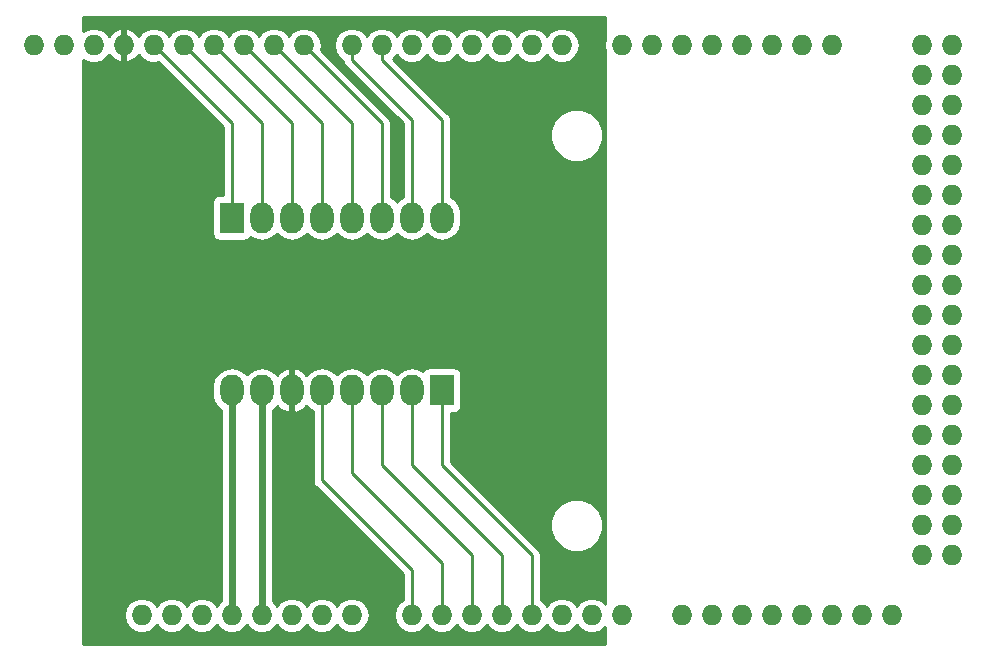
<source format=gbl>
G04 #@! TF.GenerationSoftware,KiCad,Pcbnew,(5.0.1)-3*
G04 #@! TF.CreationDate,2019-01-09T08:59:11+01:00*
G04 #@! TF.ProjectId,P300_Display_IF,503330305F446973706C61795F49462E,rev?*
G04 #@! TF.SameCoordinates,Original*
G04 #@! TF.FileFunction,Copper,L2,Bot,Signal*
G04 #@! TF.FilePolarity,Positive*
%FSLAX46Y46*%
G04 Gerber Fmt 4.6, Leading zero omitted, Abs format (unit mm)*
G04 Created by KiCad (PCBNEW (5.0.1)-3) date 09.01.2019 08:59:11*
%MOMM*%
%LPD*%
G01*
G04 APERTURE LIST*
G04 #@! TA.AperFunction,ComponentPad*
%ADD10O,1.727200X1.727200*%
G04 #@! TD*
G04 #@! TA.AperFunction,ComponentPad*
%ADD11R,2.000000X2.600000*%
G04 #@! TD*
G04 #@! TA.AperFunction,ComponentPad*
%ADD12O,2.000000X2.600000*%
G04 #@! TD*
G04 #@! TA.AperFunction,Conductor*
%ADD13C,0.600000*%
G04 #@! TD*
G04 #@! TA.AperFunction,Conductor*
%ADD14C,0.250000*%
G04 #@! TD*
G04 #@! TA.AperFunction,Conductor*
%ADD15C,0.254000*%
G04 #@! TD*
G04 APERTURE END LIST*
D10*
G04 #@! TO.P,XA1,A0*
G04 #@! TO.N,LCD_RD*
X127000000Y-119380000D03*
G04 #@! TO.P,XA1,VIN*
G04 #@! TO.N,Net-(XA1-PadVIN)*
X121920000Y-119380000D03*
G04 #@! TO.P,XA1,GND3*
G04 #@! TO.N,Net-(XA1-PadGND3)*
X119380000Y-119380000D03*
G04 #@! TO.P,XA1,GND2*
G04 #@! TO.N,Net-(XA1-PadGND2)*
X116840000Y-119380000D03*
G04 #@! TO.P,XA1,5V1*
G04 #@! TO.N,+5V*
X114300000Y-119380000D03*
G04 #@! TO.P,XA1,3V3*
G04 #@! TO.N,+3V3*
X111760000Y-119380000D03*
G04 #@! TO.P,XA1,RST1*
G04 #@! TO.N,Net-(XA1-PadRST1)*
X109220000Y-119380000D03*
G04 #@! TO.P,XA1,IORF*
G04 #@! TO.N,Net-(XA1-PadIORF)*
X106680000Y-119380000D03*
G04 #@! TO.P,XA1,D21*
G04 #@! TO.N,SCL*
X162560000Y-71120000D03*
G04 #@! TO.P,XA1,D20*
G04 #@! TO.N,SDA*
X160020000Y-71120000D03*
G04 #@! TO.P,XA1,D19*
G04 #@! TO.N,Tacho_L2*
X157480000Y-71120000D03*
G04 #@! TO.P,XA1,D18*
G04 #@! TO.N,Tacho_L1*
X154940000Y-71120000D03*
G04 #@! TO.P,XA1,D17*
G04 #@! TO.N,CO2_TX*
X152400000Y-71120000D03*
G04 #@! TO.P,XA1,D16*
G04 #@! TO.N,CO2_RX*
X149860000Y-71120000D03*
G04 #@! TO.P,XA1,D15*
G04 #@! TO.N,Net-(XA1-PadD15)*
X147320000Y-71120000D03*
G04 #@! TO.P,XA1,D14*
G04 #@! TO.N,Net-(XA1-PadD14)*
X144780000Y-71120000D03*
G04 #@! TO.P,XA1,D0*
G04 #@! TO.N,Net-(XA1-PadD0)*
X139700000Y-71120000D03*
G04 #@! TO.P,XA1,D1*
G04 #@! TO.N,Net-(XA1-PadD1)*
X137160000Y-71120000D03*
G04 #@! TO.P,XA1,D2*
G04 #@! TO.N,Net-(XA1-PadD2)*
X134620000Y-71120000D03*
G04 #@! TO.P,XA1,D3*
G04 #@! TO.N,Net-(XA1-PadD3)*
X132080000Y-71120000D03*
G04 #@! TO.P,XA1,D4*
G04 #@! TO.N,Net-(XA1-PadD4)*
X129540000Y-71120000D03*
G04 #@! TO.P,XA1,D5*
G04 #@! TO.N,Net-(XA1-PadD5)*
X127000000Y-71120000D03*
G04 #@! TO.P,XA1,D6*
G04 #@! TO.N,LCD_D1*
X124460000Y-71120000D03*
G04 #@! TO.P,XA1,D7*
G04 #@! TO.N,LCD_D0*
X121920000Y-71120000D03*
G04 #@! TO.P,XA1,GND1*
G04 #@! TO.N,GND*
X102616000Y-71120000D03*
G04 #@! TO.P,XA1,D8*
G04 #@! TO.N,LCD_D7*
X117856000Y-71120000D03*
G04 #@! TO.P,XA1,D9*
G04 #@! TO.N,LCD_D6*
X115316000Y-71120000D03*
G04 #@! TO.P,XA1,D10*
G04 #@! TO.N,LCD_D5*
X112776000Y-71120000D03*
G04 #@! TO.P,XA1,SCL*
G04 #@! TO.N,Net-(XA1-PadSCL)*
X94996000Y-71120000D03*
G04 #@! TO.P,XA1,SDA*
G04 #@! TO.N,Net-(XA1-PadSDA)*
X97536000Y-71120000D03*
G04 #@! TO.P,XA1,AREF*
G04 #@! TO.N,Net-(XA1-PadAREF)*
X100076000Y-71120000D03*
G04 #@! TO.P,XA1,D13*
G04 #@! TO.N,LCD_D2*
X105156000Y-71120000D03*
G04 #@! TO.P,XA1,D12*
G04 #@! TO.N,LCD_D3*
X107696000Y-71120000D03*
G04 #@! TO.P,XA1,D11*
G04 #@! TO.N,LCD_D4*
X110236000Y-71120000D03*
G04 #@! TO.P,XA1,*
G04 #@! TO.N,*
X104140000Y-119380000D03*
G04 #@! TO.P,XA1,A1*
G04 #@! TO.N,LCD_WR*
X129540000Y-119380000D03*
G04 #@! TO.P,XA1,A2*
G04 #@! TO.N,LCD_RS*
X132080000Y-119380000D03*
G04 #@! TO.P,XA1,A3*
G04 #@! TO.N,LCD_CS*
X134620000Y-119380000D03*
G04 #@! TO.P,XA1,A4*
G04 #@! TO.N,LCD_RST*
X137160000Y-119380000D03*
G04 #@! TO.P,XA1,A5*
G04 #@! TO.N,Net-(XA1-PadA5)*
X139700000Y-119380000D03*
G04 #@! TO.P,XA1,A6*
G04 #@! TO.N,Net-(XA1-PadA6)*
X142240000Y-119380000D03*
G04 #@! TO.P,XA1,A7*
G04 #@! TO.N,Net-(XA1-PadA7)*
X144780000Y-119380000D03*
G04 #@! TO.P,XA1,A8*
G04 #@! TO.N,Net-(XA1-PadA8)*
X149860000Y-119380000D03*
G04 #@! TO.P,XA1,A9*
G04 #@! TO.N,DRUCK1*
X152400000Y-119380000D03*
G04 #@! TO.P,XA1,A10*
G04 #@! TO.N,DRUCK2*
X154940000Y-119380000D03*
G04 #@! TO.P,XA1,A11*
G04 #@! TO.N,Net-(XA1-PadA11)*
X157480000Y-119380000D03*
G04 #@! TO.P,XA1,A12*
G04 #@! TO.N,Net-(XA1-PadA12)*
X160020000Y-119380000D03*
G04 #@! TO.P,XA1,A13*
G04 #@! TO.N,Net-(XA1-PadA13)*
X162560000Y-119380000D03*
G04 #@! TO.P,XA1,A14*
G04 #@! TO.N,Net-(XA1-PadA14)*
X165100000Y-119380000D03*
G04 #@! TO.P,XA1,A15*
G04 #@! TO.N,TGS2600*
X167640000Y-119380000D03*
G04 #@! TO.P,XA1,5V3*
G04 #@! TO.N,Net-(XA1-Pad5V3)*
X170180000Y-71120000D03*
G04 #@! TO.P,XA1,5V4*
G04 #@! TO.N,Net-(XA1-Pad5V4)*
X172720000Y-71120000D03*
G04 #@! TO.P,XA1,D22*
G04 #@! TO.N,Net-(XA1-PadD22)*
X170180000Y-73660000D03*
G04 #@! TO.P,XA1,D23*
G04 #@! TO.N,Net-(XA1-PadD23)*
X172720000Y-73660000D03*
G04 #@! TO.P,XA1,D24*
G04 #@! TO.N,Net-(XA1-PadD24)*
X170180000Y-76200000D03*
G04 #@! TO.P,XA1,D25*
G04 #@! TO.N,Net-(XA1-PadD25)*
X172720000Y-76200000D03*
G04 #@! TO.P,XA1,D26*
G04 #@! TO.N,Net-(XA1-PadD26)*
X170180000Y-78740000D03*
G04 #@! TO.P,XA1,D27*
G04 #@! TO.N,Net-(XA1-PadD27)*
X172720000Y-78740000D03*
G04 #@! TO.P,XA1,D28*
G04 #@! TO.N,DHT1*
X170180000Y-81280000D03*
G04 #@! TO.P,XA1,D29*
G04 #@! TO.N,DHT2*
X172720000Y-81280000D03*
G04 #@! TO.P,XA1,D30*
G04 #@! TO.N,TEMP1*
X170180000Y-83820000D03*
G04 #@! TO.P,XA1,D31*
G04 #@! TO.N,TEMP2*
X172720000Y-83820000D03*
G04 #@! TO.P,XA1,D32*
G04 #@! TO.N,TEMP3*
X170180000Y-86360000D03*
G04 #@! TO.P,XA1,D33*
G04 #@! TO.N,TEMP4*
X172720000Y-86360000D03*
G04 #@! TO.P,XA1,D34*
G04 #@! TO.N,Net-(XA1-PadD34)*
X170180000Y-88900000D03*
G04 #@! TO.P,XA1,D35*
G04 #@! TO.N,Net-(XA1-PadD35)*
X172720000Y-88900000D03*
G04 #@! TO.P,XA1,D36*
G04 #@! TO.N,Net-(XA1-PadD36)*
X170180000Y-91440000D03*
G04 #@! TO.P,XA1,D37*
G04 #@! TO.N,Net-(XA1-PadD37)*
X172720000Y-91440000D03*
G04 #@! TO.P,XA1,D38*
G04 #@! TO.N,Net-(XA1-PadD38)*
X170180000Y-93980000D03*
G04 #@! TO.P,XA1,D39*
G04 #@! TO.N,Net-(XA1-PadD39)*
X172720000Y-93980000D03*
G04 #@! TO.P,XA1,D40*
G04 #@! TO.N,BP_POW*
X170180000Y-96520000D03*
G04 #@! TO.P,XA1,D41*
G04 #@! TO.N,BP_DIR*
X172720000Y-96520000D03*
G04 #@! TO.P,XA1,D42*
G04 #@! TO.N,L1*
X170180000Y-99060000D03*
G04 #@! TO.P,XA1,D43*
G04 #@! TO.N,L2*
X172720000Y-99060000D03*
G04 #@! TO.P,XA1,D44*
G04 #@! TO.N,PWM_L1*
X170180000Y-101600000D03*
G04 #@! TO.P,XA1,D45*
G04 #@! TO.N,Net-(XA1-PadD45)*
X172720000Y-101600000D03*
G04 #@! TO.P,XA1,D46*
G04 #@! TO.N,PWM_L2*
X170180000Y-104140000D03*
G04 #@! TO.P,XA1,D47*
G04 #@! TO.N,Net-(XA1-PadD47)*
X172720000Y-104140000D03*
G04 #@! TO.P,XA1,D48*
G04 #@! TO.N,Net-(XA1-PadD48)*
X170180000Y-106680000D03*
G04 #@! TO.P,XA1,D49*
G04 #@! TO.N,Net-(XA1-PadD49)*
X172720000Y-106680000D03*
G04 #@! TO.P,XA1,D50*
G04 #@! TO.N,Net-(XA1-PadD50)*
X170180000Y-109220000D03*
G04 #@! TO.P,XA1,D51*
G04 #@! TO.N,Net-(XA1-PadD51)*
X172720000Y-109220000D03*
G04 #@! TO.P,XA1,D52*
G04 #@! TO.N,Net-(XA1-PadD52)*
X170180000Y-111760000D03*
G04 #@! TO.P,XA1,D53*
G04 #@! TO.N,Net-(XA1-PadD53)*
X172720000Y-111760000D03*
G04 #@! TO.P,XA1,GND5*
G04 #@! TO.N,Net-(XA1-PadGND5)*
X170180000Y-114300000D03*
G04 #@! TO.P,XA1,GND6*
G04 #@! TO.N,Net-(XA1-PadGND6)*
X172720000Y-114300000D03*
G04 #@! TD*
D11*
G04 #@! TO.P,J16,1*
G04 #@! TO.N,LCD_D2*
X111760000Y-85725000D03*
D12*
G04 #@! TO.P,J16,2*
G04 #@! TO.N,LCD_D3*
X114300000Y-85725000D03*
G04 #@! TO.P,J16,3*
G04 #@! TO.N,LCD_D4*
X116840000Y-85725000D03*
G04 #@! TO.P,J16,4*
G04 #@! TO.N,LCD_D5*
X119380000Y-85725000D03*
G04 #@! TO.P,J16,5*
G04 #@! TO.N,LCD_D6*
X121920000Y-85725000D03*
G04 #@! TO.P,J16,6*
G04 #@! TO.N,LCD_D7*
X124460000Y-85725000D03*
G04 #@! TO.P,J16,7*
G04 #@! TO.N,LCD_D0*
X127000000Y-85725000D03*
G04 #@! TO.P,J16,8*
G04 #@! TO.N,LCD_D1*
X129540000Y-85725000D03*
G04 #@! TD*
D11*
G04 #@! TO.P,J15,1*
G04 #@! TO.N,LCD_RST*
X129540000Y-100330000D03*
D12*
G04 #@! TO.P,J15,2*
G04 #@! TO.N,LCD_CS*
X127000000Y-100330000D03*
G04 #@! TO.P,J15,3*
G04 #@! TO.N,LCD_RS*
X124460000Y-100330000D03*
G04 #@! TO.P,J15,4*
G04 #@! TO.N,LCD_WR*
X121920000Y-100330000D03*
G04 #@! TO.P,J15,5*
G04 #@! TO.N,LCD_RD*
X119380000Y-100330000D03*
G04 #@! TO.P,J15,6*
G04 #@! TO.N,GND*
X116840000Y-100330000D03*
G04 #@! TO.P,J15,7*
G04 #@! TO.N,+5V*
X114300000Y-100330000D03*
G04 #@! TO.P,J15,8*
G04 #@! TO.N,+3V3*
X111760000Y-100330000D03*
G04 #@! TD*
D13*
G04 #@! TO.N,+5V*
X114300000Y-119380000D02*
X114300000Y-100330000D01*
G04 #@! TO.N,+3V3*
X111760000Y-118158686D02*
X111760000Y-100330000D01*
X111760000Y-119380000D02*
X111760000Y-118158686D01*
D14*
G04 #@! TO.N,LCD_RST*
X129540000Y-100330000D02*
X129540000Y-106680000D01*
X129540000Y-106680000D02*
X137160000Y-114300000D01*
X137160000Y-114300000D02*
X137160000Y-119380000D01*
G04 #@! TO.N,LCD_CS*
X134620000Y-114300000D02*
X134620000Y-119380000D01*
X127000000Y-100330000D02*
X127000000Y-106680000D01*
X127000000Y-106680000D02*
X134620000Y-114300000D01*
G04 #@! TO.N,LCD_RS*
X132080000Y-119380000D02*
X132080000Y-114300000D01*
X124460000Y-106680000D02*
X124460000Y-100330000D01*
X132080000Y-114300000D02*
X124460000Y-106680000D01*
G04 #@! TO.N,LCD_WR*
X129540000Y-119380000D02*
X129540000Y-114935000D01*
X121920000Y-107315000D02*
X121920000Y-100330000D01*
X129540000Y-114935000D02*
X121920000Y-107315000D01*
G04 #@! TO.N,LCD_RD*
X127000000Y-119380000D02*
X127000000Y-115570000D01*
X119380000Y-107950000D02*
X119380000Y-100330000D01*
X127000000Y-115570000D02*
X119380000Y-107950000D01*
G04 #@! TO.N,LCD_D1*
X129540000Y-84175000D02*
X129540000Y-85725000D01*
X129540000Y-77421314D02*
X129540000Y-84175000D01*
X124460000Y-72341314D02*
X129540000Y-77421314D01*
X124460000Y-71120000D02*
X124460000Y-72341314D01*
G04 #@! TO.N,LCD_D0*
X127000000Y-84175000D02*
X127000000Y-85725000D01*
X127000000Y-77421314D02*
X127000000Y-84175000D01*
X121920000Y-72341314D02*
X127000000Y-77421314D01*
X121920000Y-71120000D02*
X121920000Y-72341314D01*
G04 #@! TO.N,LCD_D7*
X124460000Y-77724000D02*
X124460000Y-85725000D01*
X117856000Y-71120000D02*
X124460000Y-77724000D01*
G04 #@! TO.N,LCD_D6*
X121920000Y-77724000D02*
X121920000Y-85725000D01*
X115316000Y-71120000D02*
X121920000Y-77724000D01*
G04 #@! TO.N,LCD_D5*
X119380000Y-77724000D02*
X119380000Y-85725000D01*
X112776000Y-71120000D02*
X119380000Y-77724000D01*
G04 #@! TO.N,LCD_D2*
X105156000Y-71120000D02*
X111760000Y-77724000D01*
X111760000Y-77724000D02*
X111760000Y-85725000D01*
G04 #@! TO.N,LCD_D3*
X114300000Y-77724000D02*
X114300000Y-85725000D01*
X107696000Y-71120000D02*
X114300000Y-77724000D01*
G04 #@! TO.N,LCD_D4*
X116840000Y-77724000D02*
X116840000Y-85725000D01*
X110236000Y-71120000D02*
X116840000Y-77724000D01*
G04 #@! TD*
D15*
G04 #@! TO.N,GND*
G36*
X143383000Y-70513350D02*
X143368350Y-70535275D01*
X143252041Y-71120000D01*
X143368350Y-71704725D01*
X143383000Y-71726650D01*
X143383000Y-118393212D01*
X143320430Y-118299570D01*
X142824725Y-117968350D01*
X142387598Y-117881400D01*
X142092402Y-117881400D01*
X141655275Y-117968350D01*
X141159570Y-118299570D01*
X140970000Y-118583281D01*
X140780430Y-118299570D01*
X140284725Y-117968350D01*
X139847598Y-117881400D01*
X139552402Y-117881400D01*
X139115275Y-117968350D01*
X138619570Y-118299570D01*
X138430000Y-118583281D01*
X138240430Y-118299570D01*
X137920000Y-118085465D01*
X137920000Y-114374846D01*
X137934888Y-114299999D01*
X137920000Y-114225152D01*
X137920000Y-114225148D01*
X137875904Y-114003463D01*
X137834102Y-113940902D01*
X137750329Y-113815526D01*
X137750327Y-113815524D01*
X137707929Y-113752071D01*
X137644476Y-113709673D01*
X135250234Y-111315431D01*
X138735000Y-111315431D01*
X138735000Y-112204569D01*
X139075259Y-113026026D01*
X139703974Y-113654741D01*
X140525431Y-113995000D01*
X141414569Y-113995000D01*
X142236026Y-113654741D01*
X142864741Y-113026026D01*
X143205000Y-112204569D01*
X143205000Y-111315431D01*
X142864741Y-110493974D01*
X142236026Y-109865259D01*
X141414569Y-109525000D01*
X140525431Y-109525000D01*
X139703974Y-109865259D01*
X139075259Y-110493974D01*
X138735000Y-111315431D01*
X135250234Y-111315431D01*
X130300000Y-106365199D01*
X130300000Y-102277440D01*
X130540000Y-102277440D01*
X130787765Y-102228157D01*
X130997809Y-102087809D01*
X131138157Y-101877765D01*
X131187440Y-101630000D01*
X131187440Y-99030000D01*
X131138157Y-98782235D01*
X130997809Y-98572191D01*
X130787765Y-98431843D01*
X130540000Y-98382560D01*
X128540000Y-98382560D01*
X128292235Y-98431843D01*
X128082191Y-98572191D01*
X127983100Y-98720489D01*
X127637945Y-98489864D01*
X127000000Y-98362969D01*
X126362056Y-98489864D01*
X125821231Y-98851231D01*
X125730000Y-98987768D01*
X125638769Y-98851231D01*
X125097945Y-98489864D01*
X124460000Y-98362969D01*
X123822056Y-98489864D01*
X123281231Y-98851231D01*
X123190000Y-98987768D01*
X123098769Y-98851231D01*
X122557945Y-98489864D01*
X121920000Y-98362969D01*
X121282056Y-98489864D01*
X120741231Y-98851231D01*
X120650000Y-98987768D01*
X120558769Y-98851231D01*
X120017945Y-98489864D01*
X119380000Y-98362969D01*
X118742056Y-98489864D01*
X118201231Y-98851231D01*
X118090048Y-99017629D01*
X117906317Y-98784078D01*
X117348355Y-98470856D01*
X117220434Y-98439876D01*
X116967000Y-98559223D01*
X116967000Y-100203000D01*
X116987000Y-100203000D01*
X116987000Y-100457000D01*
X116967000Y-100457000D01*
X116967000Y-102100777D01*
X117220434Y-102220124D01*
X117348355Y-102189144D01*
X117906317Y-101875922D01*
X118090048Y-101642371D01*
X118201231Y-101808769D01*
X118620001Y-102088582D01*
X118620000Y-107875153D01*
X118605112Y-107950000D01*
X118620000Y-108024847D01*
X118620000Y-108024851D01*
X118664096Y-108246536D01*
X118832071Y-108497929D01*
X118895530Y-108540331D01*
X126240001Y-115884804D01*
X126240000Y-118085465D01*
X125919570Y-118299570D01*
X125588350Y-118795275D01*
X125472041Y-119380000D01*
X125588350Y-119964725D01*
X125919570Y-120460430D01*
X126415275Y-120791650D01*
X126852402Y-120878600D01*
X127147598Y-120878600D01*
X127584725Y-120791650D01*
X128080430Y-120460430D01*
X128270000Y-120176719D01*
X128459570Y-120460430D01*
X128955275Y-120791650D01*
X129392402Y-120878600D01*
X129687598Y-120878600D01*
X130124725Y-120791650D01*
X130620430Y-120460430D01*
X130810000Y-120176719D01*
X130999570Y-120460430D01*
X131495275Y-120791650D01*
X131932402Y-120878600D01*
X132227598Y-120878600D01*
X132664725Y-120791650D01*
X133160430Y-120460430D01*
X133350000Y-120176719D01*
X133539570Y-120460430D01*
X134035275Y-120791650D01*
X134472402Y-120878600D01*
X134767598Y-120878600D01*
X135204725Y-120791650D01*
X135700430Y-120460430D01*
X135890000Y-120176719D01*
X136079570Y-120460430D01*
X136575275Y-120791650D01*
X137012402Y-120878600D01*
X137307598Y-120878600D01*
X137744725Y-120791650D01*
X138240430Y-120460430D01*
X138430000Y-120176719D01*
X138619570Y-120460430D01*
X139115275Y-120791650D01*
X139552402Y-120878600D01*
X139847598Y-120878600D01*
X140284725Y-120791650D01*
X140780430Y-120460430D01*
X140970000Y-120176719D01*
X141159570Y-120460430D01*
X141655275Y-120791650D01*
X142092402Y-120878600D01*
X142387598Y-120878600D01*
X142824725Y-120791650D01*
X143320430Y-120460430D01*
X143383000Y-120366788D01*
X143383000Y-121793000D01*
X99187000Y-121793000D01*
X99187000Y-119380000D01*
X102612041Y-119380000D01*
X102728350Y-119964725D01*
X103059570Y-120460430D01*
X103555275Y-120791650D01*
X103992402Y-120878600D01*
X104287598Y-120878600D01*
X104724725Y-120791650D01*
X105220430Y-120460430D01*
X105410000Y-120176719D01*
X105599570Y-120460430D01*
X106095275Y-120791650D01*
X106532402Y-120878600D01*
X106827598Y-120878600D01*
X107264725Y-120791650D01*
X107760430Y-120460430D01*
X107950000Y-120176719D01*
X108139570Y-120460430D01*
X108635275Y-120791650D01*
X109072402Y-120878600D01*
X109367598Y-120878600D01*
X109804725Y-120791650D01*
X110300430Y-120460430D01*
X110490000Y-120176719D01*
X110679570Y-120460430D01*
X111175275Y-120791650D01*
X111612402Y-120878600D01*
X111907598Y-120878600D01*
X112344725Y-120791650D01*
X112840430Y-120460430D01*
X113030000Y-120176719D01*
X113219570Y-120460430D01*
X113715275Y-120791650D01*
X114152402Y-120878600D01*
X114447598Y-120878600D01*
X114884725Y-120791650D01*
X115380430Y-120460430D01*
X115570000Y-120176719D01*
X115759570Y-120460430D01*
X116255275Y-120791650D01*
X116692402Y-120878600D01*
X116987598Y-120878600D01*
X117424725Y-120791650D01*
X117920430Y-120460430D01*
X118110000Y-120176719D01*
X118299570Y-120460430D01*
X118795275Y-120791650D01*
X119232402Y-120878600D01*
X119527598Y-120878600D01*
X119964725Y-120791650D01*
X120460430Y-120460430D01*
X120650000Y-120176719D01*
X120839570Y-120460430D01*
X121335275Y-120791650D01*
X121772402Y-120878600D01*
X122067598Y-120878600D01*
X122504725Y-120791650D01*
X123000430Y-120460430D01*
X123331650Y-119964725D01*
X123447959Y-119380000D01*
X123331650Y-118795275D01*
X123000430Y-118299570D01*
X122504725Y-117968350D01*
X122067598Y-117881400D01*
X121772402Y-117881400D01*
X121335275Y-117968350D01*
X120839570Y-118299570D01*
X120650000Y-118583281D01*
X120460430Y-118299570D01*
X119964725Y-117968350D01*
X119527598Y-117881400D01*
X119232402Y-117881400D01*
X118795275Y-117968350D01*
X118299570Y-118299570D01*
X118110000Y-118583281D01*
X117920430Y-118299570D01*
X117424725Y-117968350D01*
X116987598Y-117881400D01*
X116692402Y-117881400D01*
X116255275Y-117968350D01*
X115759570Y-118299570D01*
X115570000Y-118583281D01*
X115380430Y-118299570D01*
X115235000Y-118202397D01*
X115235000Y-101971650D01*
X115478769Y-101808769D01*
X115589952Y-101642371D01*
X115773683Y-101875922D01*
X116331645Y-102189144D01*
X116459566Y-102220124D01*
X116713000Y-102100777D01*
X116713000Y-100457000D01*
X116693000Y-100457000D01*
X116693000Y-100203000D01*
X116713000Y-100203000D01*
X116713000Y-98559223D01*
X116459566Y-98439876D01*
X116331645Y-98470856D01*
X115773683Y-98784078D01*
X115589952Y-99017629D01*
X115478769Y-98851231D01*
X114937945Y-98489864D01*
X114300000Y-98362969D01*
X113662056Y-98489864D01*
X113121231Y-98851231D01*
X113030000Y-98987768D01*
X112938769Y-98851231D01*
X112397945Y-98489864D01*
X111760000Y-98362969D01*
X111122056Y-98489864D01*
X110581231Y-98851231D01*
X110219864Y-99392055D01*
X110125000Y-99868969D01*
X110125000Y-100791030D01*
X110219864Y-101267944D01*
X110581231Y-101808769D01*
X110825001Y-101971651D01*
X110825000Y-118202397D01*
X110679570Y-118299570D01*
X110490000Y-118583281D01*
X110300430Y-118299570D01*
X109804725Y-117968350D01*
X109367598Y-117881400D01*
X109072402Y-117881400D01*
X108635275Y-117968350D01*
X108139570Y-118299570D01*
X107950000Y-118583281D01*
X107760430Y-118299570D01*
X107264725Y-117968350D01*
X106827598Y-117881400D01*
X106532402Y-117881400D01*
X106095275Y-117968350D01*
X105599570Y-118299570D01*
X105410000Y-118583281D01*
X105220430Y-118299570D01*
X104724725Y-117968350D01*
X104287598Y-117881400D01*
X103992402Y-117881400D01*
X103555275Y-117968350D01*
X103059570Y-118299570D01*
X102728350Y-118795275D01*
X102612041Y-119380000D01*
X99187000Y-119380000D01*
X99187000Y-72328340D01*
X99491275Y-72531650D01*
X99928402Y-72618600D01*
X100223598Y-72618600D01*
X100660725Y-72531650D01*
X101156430Y-72200430D01*
X101349037Y-71912174D01*
X101727510Y-72326821D01*
X102256973Y-72574968D01*
X102489000Y-72454469D01*
X102489000Y-71247000D01*
X102469000Y-71247000D01*
X102469000Y-70993000D01*
X102489000Y-70993000D01*
X102489000Y-69785531D01*
X102743000Y-69785531D01*
X102743000Y-70993000D01*
X102763000Y-70993000D01*
X102763000Y-71247000D01*
X102743000Y-71247000D01*
X102743000Y-72454469D01*
X102975027Y-72574968D01*
X103504490Y-72326821D01*
X103882963Y-71912174D01*
X104075570Y-72200430D01*
X104571275Y-72531650D01*
X105008402Y-72618600D01*
X105303598Y-72618600D01*
X105533974Y-72572775D01*
X111000000Y-78038803D01*
X111000001Y-83777560D01*
X110760000Y-83777560D01*
X110512235Y-83826843D01*
X110302191Y-83967191D01*
X110161843Y-84177235D01*
X110112560Y-84425000D01*
X110112560Y-87025000D01*
X110161843Y-87272765D01*
X110302191Y-87482809D01*
X110512235Y-87623157D01*
X110760000Y-87672440D01*
X112760000Y-87672440D01*
X113007765Y-87623157D01*
X113217809Y-87482809D01*
X113316900Y-87334510D01*
X113662056Y-87565136D01*
X114300000Y-87692031D01*
X114937945Y-87565136D01*
X115478769Y-87203769D01*
X115570000Y-87067232D01*
X115661231Y-87203769D01*
X116202056Y-87565136D01*
X116840000Y-87692031D01*
X117477945Y-87565136D01*
X118018769Y-87203769D01*
X118110000Y-87067232D01*
X118201231Y-87203769D01*
X118742056Y-87565136D01*
X119380000Y-87692031D01*
X120017945Y-87565136D01*
X120558769Y-87203769D01*
X120650000Y-87067232D01*
X120741231Y-87203769D01*
X121282056Y-87565136D01*
X121920000Y-87692031D01*
X122557945Y-87565136D01*
X123098769Y-87203769D01*
X123190000Y-87067232D01*
X123281231Y-87203769D01*
X123822056Y-87565136D01*
X124460000Y-87692031D01*
X125097945Y-87565136D01*
X125638769Y-87203769D01*
X125730000Y-87067232D01*
X125821231Y-87203769D01*
X126362056Y-87565136D01*
X127000000Y-87692031D01*
X127637945Y-87565136D01*
X128178769Y-87203769D01*
X128270000Y-87067232D01*
X128361231Y-87203769D01*
X128902056Y-87565136D01*
X129540000Y-87692031D01*
X130177945Y-87565136D01*
X130718769Y-87203769D01*
X131080136Y-86662945D01*
X131175000Y-86186030D01*
X131175000Y-85263969D01*
X131080136Y-84787055D01*
X130718769Y-84246231D01*
X130300000Y-83966419D01*
X130300000Y-78295431D01*
X138735000Y-78295431D01*
X138735000Y-79184569D01*
X139075259Y-80006026D01*
X139703974Y-80634741D01*
X140525431Y-80975000D01*
X141414569Y-80975000D01*
X142236026Y-80634741D01*
X142864741Y-80006026D01*
X143205000Y-79184569D01*
X143205000Y-78295431D01*
X142864741Y-77473974D01*
X142236026Y-76845259D01*
X141414569Y-76505000D01*
X140525431Y-76505000D01*
X139703974Y-76845259D01*
X139075259Y-77473974D01*
X138735000Y-78295431D01*
X130300000Y-78295431D01*
X130300000Y-77496161D01*
X130314888Y-77421314D01*
X130300000Y-77346467D01*
X130300000Y-77346462D01*
X130255904Y-77124777D01*
X130087929Y-76873385D01*
X130024473Y-76830985D01*
X125452602Y-72259115D01*
X125540430Y-72200430D01*
X125730000Y-71916719D01*
X125919570Y-72200430D01*
X126415275Y-72531650D01*
X126852402Y-72618600D01*
X127147598Y-72618600D01*
X127584725Y-72531650D01*
X128080430Y-72200430D01*
X128270000Y-71916719D01*
X128459570Y-72200430D01*
X128955275Y-72531650D01*
X129392402Y-72618600D01*
X129687598Y-72618600D01*
X130124725Y-72531650D01*
X130620430Y-72200430D01*
X130810000Y-71916719D01*
X130999570Y-72200430D01*
X131495275Y-72531650D01*
X131932402Y-72618600D01*
X132227598Y-72618600D01*
X132664725Y-72531650D01*
X133160430Y-72200430D01*
X133350000Y-71916719D01*
X133539570Y-72200430D01*
X134035275Y-72531650D01*
X134472402Y-72618600D01*
X134767598Y-72618600D01*
X135204725Y-72531650D01*
X135700430Y-72200430D01*
X135890000Y-71916719D01*
X136079570Y-72200430D01*
X136575275Y-72531650D01*
X137012402Y-72618600D01*
X137307598Y-72618600D01*
X137744725Y-72531650D01*
X138240430Y-72200430D01*
X138430000Y-71916719D01*
X138619570Y-72200430D01*
X139115275Y-72531650D01*
X139552402Y-72618600D01*
X139847598Y-72618600D01*
X140284725Y-72531650D01*
X140780430Y-72200430D01*
X141111650Y-71704725D01*
X141227959Y-71120000D01*
X141111650Y-70535275D01*
X140780430Y-70039570D01*
X140284725Y-69708350D01*
X139847598Y-69621400D01*
X139552402Y-69621400D01*
X139115275Y-69708350D01*
X138619570Y-70039570D01*
X138430000Y-70323281D01*
X138240430Y-70039570D01*
X137744725Y-69708350D01*
X137307598Y-69621400D01*
X137012402Y-69621400D01*
X136575275Y-69708350D01*
X136079570Y-70039570D01*
X135890000Y-70323281D01*
X135700430Y-70039570D01*
X135204725Y-69708350D01*
X134767598Y-69621400D01*
X134472402Y-69621400D01*
X134035275Y-69708350D01*
X133539570Y-70039570D01*
X133350000Y-70323281D01*
X133160430Y-70039570D01*
X132664725Y-69708350D01*
X132227598Y-69621400D01*
X131932402Y-69621400D01*
X131495275Y-69708350D01*
X130999570Y-70039570D01*
X130810000Y-70323281D01*
X130620430Y-70039570D01*
X130124725Y-69708350D01*
X129687598Y-69621400D01*
X129392402Y-69621400D01*
X128955275Y-69708350D01*
X128459570Y-70039570D01*
X128270000Y-70323281D01*
X128080430Y-70039570D01*
X127584725Y-69708350D01*
X127147598Y-69621400D01*
X126852402Y-69621400D01*
X126415275Y-69708350D01*
X125919570Y-70039570D01*
X125730000Y-70323281D01*
X125540430Y-70039570D01*
X125044725Y-69708350D01*
X124607598Y-69621400D01*
X124312402Y-69621400D01*
X123875275Y-69708350D01*
X123379570Y-70039570D01*
X123190000Y-70323281D01*
X123000430Y-70039570D01*
X122504725Y-69708350D01*
X122067598Y-69621400D01*
X121772402Y-69621400D01*
X121335275Y-69708350D01*
X120839570Y-70039570D01*
X120508350Y-70535275D01*
X120392041Y-71120000D01*
X120508350Y-71704725D01*
X120839570Y-72200430D01*
X121159627Y-72414286D01*
X121160001Y-72416166D01*
X121204097Y-72637851D01*
X121372072Y-72889243D01*
X121435528Y-72931643D01*
X126240000Y-77736116D01*
X126240001Y-83966418D01*
X125821231Y-84246231D01*
X125730000Y-84382768D01*
X125638769Y-84246231D01*
X125220000Y-83966419D01*
X125220000Y-77798846D01*
X125234888Y-77723999D01*
X125220000Y-77649152D01*
X125220000Y-77649148D01*
X125175904Y-77427463D01*
X125134102Y-77364902D01*
X125050329Y-77239526D01*
X125050327Y-77239524D01*
X125007929Y-77176071D01*
X124944476Y-77133673D01*
X119308775Y-71497974D01*
X119383959Y-71120000D01*
X119267650Y-70535275D01*
X118936430Y-70039570D01*
X118440725Y-69708350D01*
X118003598Y-69621400D01*
X117708402Y-69621400D01*
X117271275Y-69708350D01*
X116775570Y-70039570D01*
X116586000Y-70323281D01*
X116396430Y-70039570D01*
X115900725Y-69708350D01*
X115463598Y-69621400D01*
X115168402Y-69621400D01*
X114731275Y-69708350D01*
X114235570Y-70039570D01*
X114046000Y-70323281D01*
X113856430Y-70039570D01*
X113360725Y-69708350D01*
X112923598Y-69621400D01*
X112628402Y-69621400D01*
X112191275Y-69708350D01*
X111695570Y-70039570D01*
X111506000Y-70323281D01*
X111316430Y-70039570D01*
X110820725Y-69708350D01*
X110383598Y-69621400D01*
X110088402Y-69621400D01*
X109651275Y-69708350D01*
X109155570Y-70039570D01*
X108966000Y-70323281D01*
X108776430Y-70039570D01*
X108280725Y-69708350D01*
X107843598Y-69621400D01*
X107548402Y-69621400D01*
X107111275Y-69708350D01*
X106615570Y-70039570D01*
X106426000Y-70323281D01*
X106236430Y-70039570D01*
X105740725Y-69708350D01*
X105303598Y-69621400D01*
X105008402Y-69621400D01*
X104571275Y-69708350D01*
X104075570Y-70039570D01*
X103882963Y-70327826D01*
X103504490Y-69913179D01*
X102975027Y-69665032D01*
X102743000Y-69785531D01*
X102489000Y-69785531D01*
X102256973Y-69665032D01*
X101727510Y-69913179D01*
X101349037Y-70327826D01*
X101156430Y-70039570D01*
X100660725Y-69708350D01*
X100223598Y-69621400D01*
X99928402Y-69621400D01*
X99491275Y-69708350D01*
X99187000Y-69911660D01*
X99187000Y-68707000D01*
X143383000Y-68707000D01*
X143383000Y-70513350D01*
X143383000Y-70513350D01*
G37*
X143383000Y-70513350D02*
X143368350Y-70535275D01*
X143252041Y-71120000D01*
X143368350Y-71704725D01*
X143383000Y-71726650D01*
X143383000Y-118393212D01*
X143320430Y-118299570D01*
X142824725Y-117968350D01*
X142387598Y-117881400D01*
X142092402Y-117881400D01*
X141655275Y-117968350D01*
X141159570Y-118299570D01*
X140970000Y-118583281D01*
X140780430Y-118299570D01*
X140284725Y-117968350D01*
X139847598Y-117881400D01*
X139552402Y-117881400D01*
X139115275Y-117968350D01*
X138619570Y-118299570D01*
X138430000Y-118583281D01*
X138240430Y-118299570D01*
X137920000Y-118085465D01*
X137920000Y-114374846D01*
X137934888Y-114299999D01*
X137920000Y-114225152D01*
X137920000Y-114225148D01*
X137875904Y-114003463D01*
X137834102Y-113940902D01*
X137750329Y-113815526D01*
X137750327Y-113815524D01*
X137707929Y-113752071D01*
X137644476Y-113709673D01*
X135250234Y-111315431D01*
X138735000Y-111315431D01*
X138735000Y-112204569D01*
X139075259Y-113026026D01*
X139703974Y-113654741D01*
X140525431Y-113995000D01*
X141414569Y-113995000D01*
X142236026Y-113654741D01*
X142864741Y-113026026D01*
X143205000Y-112204569D01*
X143205000Y-111315431D01*
X142864741Y-110493974D01*
X142236026Y-109865259D01*
X141414569Y-109525000D01*
X140525431Y-109525000D01*
X139703974Y-109865259D01*
X139075259Y-110493974D01*
X138735000Y-111315431D01*
X135250234Y-111315431D01*
X130300000Y-106365199D01*
X130300000Y-102277440D01*
X130540000Y-102277440D01*
X130787765Y-102228157D01*
X130997809Y-102087809D01*
X131138157Y-101877765D01*
X131187440Y-101630000D01*
X131187440Y-99030000D01*
X131138157Y-98782235D01*
X130997809Y-98572191D01*
X130787765Y-98431843D01*
X130540000Y-98382560D01*
X128540000Y-98382560D01*
X128292235Y-98431843D01*
X128082191Y-98572191D01*
X127983100Y-98720489D01*
X127637945Y-98489864D01*
X127000000Y-98362969D01*
X126362056Y-98489864D01*
X125821231Y-98851231D01*
X125730000Y-98987768D01*
X125638769Y-98851231D01*
X125097945Y-98489864D01*
X124460000Y-98362969D01*
X123822056Y-98489864D01*
X123281231Y-98851231D01*
X123190000Y-98987768D01*
X123098769Y-98851231D01*
X122557945Y-98489864D01*
X121920000Y-98362969D01*
X121282056Y-98489864D01*
X120741231Y-98851231D01*
X120650000Y-98987768D01*
X120558769Y-98851231D01*
X120017945Y-98489864D01*
X119380000Y-98362969D01*
X118742056Y-98489864D01*
X118201231Y-98851231D01*
X118090048Y-99017629D01*
X117906317Y-98784078D01*
X117348355Y-98470856D01*
X117220434Y-98439876D01*
X116967000Y-98559223D01*
X116967000Y-100203000D01*
X116987000Y-100203000D01*
X116987000Y-100457000D01*
X116967000Y-100457000D01*
X116967000Y-102100777D01*
X117220434Y-102220124D01*
X117348355Y-102189144D01*
X117906317Y-101875922D01*
X118090048Y-101642371D01*
X118201231Y-101808769D01*
X118620001Y-102088582D01*
X118620000Y-107875153D01*
X118605112Y-107950000D01*
X118620000Y-108024847D01*
X118620000Y-108024851D01*
X118664096Y-108246536D01*
X118832071Y-108497929D01*
X118895530Y-108540331D01*
X126240001Y-115884804D01*
X126240000Y-118085465D01*
X125919570Y-118299570D01*
X125588350Y-118795275D01*
X125472041Y-119380000D01*
X125588350Y-119964725D01*
X125919570Y-120460430D01*
X126415275Y-120791650D01*
X126852402Y-120878600D01*
X127147598Y-120878600D01*
X127584725Y-120791650D01*
X128080430Y-120460430D01*
X128270000Y-120176719D01*
X128459570Y-120460430D01*
X128955275Y-120791650D01*
X129392402Y-120878600D01*
X129687598Y-120878600D01*
X130124725Y-120791650D01*
X130620430Y-120460430D01*
X130810000Y-120176719D01*
X130999570Y-120460430D01*
X131495275Y-120791650D01*
X131932402Y-120878600D01*
X132227598Y-120878600D01*
X132664725Y-120791650D01*
X133160430Y-120460430D01*
X133350000Y-120176719D01*
X133539570Y-120460430D01*
X134035275Y-120791650D01*
X134472402Y-120878600D01*
X134767598Y-120878600D01*
X135204725Y-120791650D01*
X135700430Y-120460430D01*
X135890000Y-120176719D01*
X136079570Y-120460430D01*
X136575275Y-120791650D01*
X137012402Y-120878600D01*
X137307598Y-120878600D01*
X137744725Y-120791650D01*
X138240430Y-120460430D01*
X138430000Y-120176719D01*
X138619570Y-120460430D01*
X139115275Y-120791650D01*
X139552402Y-120878600D01*
X139847598Y-120878600D01*
X140284725Y-120791650D01*
X140780430Y-120460430D01*
X140970000Y-120176719D01*
X141159570Y-120460430D01*
X141655275Y-120791650D01*
X142092402Y-120878600D01*
X142387598Y-120878600D01*
X142824725Y-120791650D01*
X143320430Y-120460430D01*
X143383000Y-120366788D01*
X143383000Y-121793000D01*
X99187000Y-121793000D01*
X99187000Y-119380000D01*
X102612041Y-119380000D01*
X102728350Y-119964725D01*
X103059570Y-120460430D01*
X103555275Y-120791650D01*
X103992402Y-120878600D01*
X104287598Y-120878600D01*
X104724725Y-120791650D01*
X105220430Y-120460430D01*
X105410000Y-120176719D01*
X105599570Y-120460430D01*
X106095275Y-120791650D01*
X106532402Y-120878600D01*
X106827598Y-120878600D01*
X107264725Y-120791650D01*
X107760430Y-120460430D01*
X107950000Y-120176719D01*
X108139570Y-120460430D01*
X108635275Y-120791650D01*
X109072402Y-120878600D01*
X109367598Y-120878600D01*
X109804725Y-120791650D01*
X110300430Y-120460430D01*
X110490000Y-120176719D01*
X110679570Y-120460430D01*
X111175275Y-120791650D01*
X111612402Y-120878600D01*
X111907598Y-120878600D01*
X112344725Y-120791650D01*
X112840430Y-120460430D01*
X113030000Y-120176719D01*
X113219570Y-120460430D01*
X113715275Y-120791650D01*
X114152402Y-120878600D01*
X114447598Y-120878600D01*
X114884725Y-120791650D01*
X115380430Y-120460430D01*
X115570000Y-120176719D01*
X115759570Y-120460430D01*
X116255275Y-120791650D01*
X116692402Y-120878600D01*
X116987598Y-120878600D01*
X117424725Y-120791650D01*
X117920430Y-120460430D01*
X118110000Y-120176719D01*
X118299570Y-120460430D01*
X118795275Y-120791650D01*
X119232402Y-120878600D01*
X119527598Y-120878600D01*
X119964725Y-120791650D01*
X120460430Y-120460430D01*
X120650000Y-120176719D01*
X120839570Y-120460430D01*
X121335275Y-120791650D01*
X121772402Y-120878600D01*
X122067598Y-120878600D01*
X122504725Y-120791650D01*
X123000430Y-120460430D01*
X123331650Y-119964725D01*
X123447959Y-119380000D01*
X123331650Y-118795275D01*
X123000430Y-118299570D01*
X122504725Y-117968350D01*
X122067598Y-117881400D01*
X121772402Y-117881400D01*
X121335275Y-117968350D01*
X120839570Y-118299570D01*
X120650000Y-118583281D01*
X120460430Y-118299570D01*
X119964725Y-117968350D01*
X119527598Y-117881400D01*
X119232402Y-117881400D01*
X118795275Y-117968350D01*
X118299570Y-118299570D01*
X118110000Y-118583281D01*
X117920430Y-118299570D01*
X117424725Y-117968350D01*
X116987598Y-117881400D01*
X116692402Y-117881400D01*
X116255275Y-117968350D01*
X115759570Y-118299570D01*
X115570000Y-118583281D01*
X115380430Y-118299570D01*
X115235000Y-118202397D01*
X115235000Y-101971650D01*
X115478769Y-101808769D01*
X115589952Y-101642371D01*
X115773683Y-101875922D01*
X116331645Y-102189144D01*
X116459566Y-102220124D01*
X116713000Y-102100777D01*
X116713000Y-100457000D01*
X116693000Y-100457000D01*
X116693000Y-100203000D01*
X116713000Y-100203000D01*
X116713000Y-98559223D01*
X116459566Y-98439876D01*
X116331645Y-98470856D01*
X115773683Y-98784078D01*
X115589952Y-99017629D01*
X115478769Y-98851231D01*
X114937945Y-98489864D01*
X114300000Y-98362969D01*
X113662056Y-98489864D01*
X113121231Y-98851231D01*
X113030000Y-98987768D01*
X112938769Y-98851231D01*
X112397945Y-98489864D01*
X111760000Y-98362969D01*
X111122056Y-98489864D01*
X110581231Y-98851231D01*
X110219864Y-99392055D01*
X110125000Y-99868969D01*
X110125000Y-100791030D01*
X110219864Y-101267944D01*
X110581231Y-101808769D01*
X110825001Y-101971651D01*
X110825000Y-118202397D01*
X110679570Y-118299570D01*
X110490000Y-118583281D01*
X110300430Y-118299570D01*
X109804725Y-117968350D01*
X109367598Y-117881400D01*
X109072402Y-117881400D01*
X108635275Y-117968350D01*
X108139570Y-118299570D01*
X107950000Y-118583281D01*
X107760430Y-118299570D01*
X107264725Y-117968350D01*
X106827598Y-117881400D01*
X106532402Y-117881400D01*
X106095275Y-117968350D01*
X105599570Y-118299570D01*
X105410000Y-118583281D01*
X105220430Y-118299570D01*
X104724725Y-117968350D01*
X104287598Y-117881400D01*
X103992402Y-117881400D01*
X103555275Y-117968350D01*
X103059570Y-118299570D01*
X102728350Y-118795275D01*
X102612041Y-119380000D01*
X99187000Y-119380000D01*
X99187000Y-72328340D01*
X99491275Y-72531650D01*
X99928402Y-72618600D01*
X100223598Y-72618600D01*
X100660725Y-72531650D01*
X101156430Y-72200430D01*
X101349037Y-71912174D01*
X101727510Y-72326821D01*
X102256973Y-72574968D01*
X102489000Y-72454469D01*
X102489000Y-71247000D01*
X102469000Y-71247000D01*
X102469000Y-70993000D01*
X102489000Y-70993000D01*
X102489000Y-69785531D01*
X102743000Y-69785531D01*
X102743000Y-70993000D01*
X102763000Y-70993000D01*
X102763000Y-71247000D01*
X102743000Y-71247000D01*
X102743000Y-72454469D01*
X102975027Y-72574968D01*
X103504490Y-72326821D01*
X103882963Y-71912174D01*
X104075570Y-72200430D01*
X104571275Y-72531650D01*
X105008402Y-72618600D01*
X105303598Y-72618600D01*
X105533974Y-72572775D01*
X111000000Y-78038803D01*
X111000001Y-83777560D01*
X110760000Y-83777560D01*
X110512235Y-83826843D01*
X110302191Y-83967191D01*
X110161843Y-84177235D01*
X110112560Y-84425000D01*
X110112560Y-87025000D01*
X110161843Y-87272765D01*
X110302191Y-87482809D01*
X110512235Y-87623157D01*
X110760000Y-87672440D01*
X112760000Y-87672440D01*
X113007765Y-87623157D01*
X113217809Y-87482809D01*
X113316900Y-87334510D01*
X113662056Y-87565136D01*
X114300000Y-87692031D01*
X114937945Y-87565136D01*
X115478769Y-87203769D01*
X115570000Y-87067232D01*
X115661231Y-87203769D01*
X116202056Y-87565136D01*
X116840000Y-87692031D01*
X117477945Y-87565136D01*
X118018769Y-87203769D01*
X118110000Y-87067232D01*
X118201231Y-87203769D01*
X118742056Y-87565136D01*
X119380000Y-87692031D01*
X120017945Y-87565136D01*
X120558769Y-87203769D01*
X120650000Y-87067232D01*
X120741231Y-87203769D01*
X121282056Y-87565136D01*
X121920000Y-87692031D01*
X122557945Y-87565136D01*
X123098769Y-87203769D01*
X123190000Y-87067232D01*
X123281231Y-87203769D01*
X123822056Y-87565136D01*
X124460000Y-87692031D01*
X125097945Y-87565136D01*
X125638769Y-87203769D01*
X125730000Y-87067232D01*
X125821231Y-87203769D01*
X126362056Y-87565136D01*
X127000000Y-87692031D01*
X127637945Y-87565136D01*
X128178769Y-87203769D01*
X128270000Y-87067232D01*
X128361231Y-87203769D01*
X128902056Y-87565136D01*
X129540000Y-87692031D01*
X130177945Y-87565136D01*
X130718769Y-87203769D01*
X131080136Y-86662945D01*
X131175000Y-86186030D01*
X131175000Y-85263969D01*
X131080136Y-84787055D01*
X130718769Y-84246231D01*
X130300000Y-83966419D01*
X130300000Y-78295431D01*
X138735000Y-78295431D01*
X138735000Y-79184569D01*
X139075259Y-80006026D01*
X139703974Y-80634741D01*
X140525431Y-80975000D01*
X141414569Y-80975000D01*
X142236026Y-80634741D01*
X142864741Y-80006026D01*
X143205000Y-79184569D01*
X143205000Y-78295431D01*
X142864741Y-77473974D01*
X142236026Y-76845259D01*
X141414569Y-76505000D01*
X140525431Y-76505000D01*
X139703974Y-76845259D01*
X139075259Y-77473974D01*
X138735000Y-78295431D01*
X130300000Y-78295431D01*
X130300000Y-77496161D01*
X130314888Y-77421314D01*
X130300000Y-77346467D01*
X130300000Y-77346462D01*
X130255904Y-77124777D01*
X130087929Y-76873385D01*
X130024473Y-76830985D01*
X125452602Y-72259115D01*
X125540430Y-72200430D01*
X125730000Y-71916719D01*
X125919570Y-72200430D01*
X126415275Y-72531650D01*
X126852402Y-72618600D01*
X127147598Y-72618600D01*
X127584725Y-72531650D01*
X128080430Y-72200430D01*
X128270000Y-71916719D01*
X128459570Y-72200430D01*
X128955275Y-72531650D01*
X129392402Y-72618600D01*
X129687598Y-72618600D01*
X130124725Y-72531650D01*
X130620430Y-72200430D01*
X130810000Y-71916719D01*
X130999570Y-72200430D01*
X131495275Y-72531650D01*
X131932402Y-72618600D01*
X132227598Y-72618600D01*
X132664725Y-72531650D01*
X133160430Y-72200430D01*
X133350000Y-71916719D01*
X133539570Y-72200430D01*
X134035275Y-72531650D01*
X134472402Y-72618600D01*
X134767598Y-72618600D01*
X135204725Y-72531650D01*
X135700430Y-72200430D01*
X135890000Y-71916719D01*
X136079570Y-72200430D01*
X136575275Y-72531650D01*
X137012402Y-72618600D01*
X137307598Y-72618600D01*
X137744725Y-72531650D01*
X138240430Y-72200430D01*
X138430000Y-71916719D01*
X138619570Y-72200430D01*
X139115275Y-72531650D01*
X139552402Y-72618600D01*
X139847598Y-72618600D01*
X140284725Y-72531650D01*
X140780430Y-72200430D01*
X141111650Y-71704725D01*
X141227959Y-71120000D01*
X141111650Y-70535275D01*
X140780430Y-70039570D01*
X140284725Y-69708350D01*
X139847598Y-69621400D01*
X139552402Y-69621400D01*
X139115275Y-69708350D01*
X138619570Y-70039570D01*
X138430000Y-70323281D01*
X138240430Y-70039570D01*
X137744725Y-69708350D01*
X137307598Y-69621400D01*
X137012402Y-69621400D01*
X136575275Y-69708350D01*
X136079570Y-70039570D01*
X135890000Y-70323281D01*
X135700430Y-70039570D01*
X135204725Y-69708350D01*
X134767598Y-69621400D01*
X134472402Y-69621400D01*
X134035275Y-69708350D01*
X133539570Y-70039570D01*
X133350000Y-70323281D01*
X133160430Y-70039570D01*
X132664725Y-69708350D01*
X132227598Y-69621400D01*
X131932402Y-69621400D01*
X131495275Y-69708350D01*
X130999570Y-70039570D01*
X130810000Y-70323281D01*
X130620430Y-70039570D01*
X130124725Y-69708350D01*
X129687598Y-69621400D01*
X129392402Y-69621400D01*
X128955275Y-69708350D01*
X128459570Y-70039570D01*
X128270000Y-70323281D01*
X128080430Y-70039570D01*
X127584725Y-69708350D01*
X127147598Y-69621400D01*
X126852402Y-69621400D01*
X126415275Y-69708350D01*
X125919570Y-70039570D01*
X125730000Y-70323281D01*
X125540430Y-70039570D01*
X125044725Y-69708350D01*
X124607598Y-69621400D01*
X124312402Y-69621400D01*
X123875275Y-69708350D01*
X123379570Y-70039570D01*
X123190000Y-70323281D01*
X123000430Y-70039570D01*
X122504725Y-69708350D01*
X122067598Y-69621400D01*
X121772402Y-69621400D01*
X121335275Y-69708350D01*
X120839570Y-70039570D01*
X120508350Y-70535275D01*
X120392041Y-71120000D01*
X120508350Y-71704725D01*
X120839570Y-72200430D01*
X121159627Y-72414286D01*
X121160001Y-72416166D01*
X121204097Y-72637851D01*
X121372072Y-72889243D01*
X121435528Y-72931643D01*
X126240000Y-77736116D01*
X126240001Y-83966418D01*
X125821231Y-84246231D01*
X125730000Y-84382768D01*
X125638769Y-84246231D01*
X125220000Y-83966419D01*
X125220000Y-77798846D01*
X125234888Y-77723999D01*
X125220000Y-77649152D01*
X125220000Y-77649148D01*
X125175904Y-77427463D01*
X125134102Y-77364902D01*
X125050329Y-77239526D01*
X125050327Y-77239524D01*
X125007929Y-77176071D01*
X124944476Y-77133673D01*
X119308775Y-71497974D01*
X119383959Y-71120000D01*
X119267650Y-70535275D01*
X118936430Y-70039570D01*
X118440725Y-69708350D01*
X118003598Y-69621400D01*
X117708402Y-69621400D01*
X117271275Y-69708350D01*
X116775570Y-70039570D01*
X116586000Y-70323281D01*
X116396430Y-70039570D01*
X115900725Y-69708350D01*
X115463598Y-69621400D01*
X115168402Y-69621400D01*
X114731275Y-69708350D01*
X114235570Y-70039570D01*
X114046000Y-70323281D01*
X113856430Y-70039570D01*
X113360725Y-69708350D01*
X112923598Y-69621400D01*
X112628402Y-69621400D01*
X112191275Y-69708350D01*
X111695570Y-70039570D01*
X111506000Y-70323281D01*
X111316430Y-70039570D01*
X110820725Y-69708350D01*
X110383598Y-69621400D01*
X110088402Y-69621400D01*
X109651275Y-69708350D01*
X109155570Y-70039570D01*
X108966000Y-70323281D01*
X108776430Y-70039570D01*
X108280725Y-69708350D01*
X107843598Y-69621400D01*
X107548402Y-69621400D01*
X107111275Y-69708350D01*
X106615570Y-70039570D01*
X106426000Y-70323281D01*
X106236430Y-70039570D01*
X105740725Y-69708350D01*
X105303598Y-69621400D01*
X105008402Y-69621400D01*
X104571275Y-69708350D01*
X104075570Y-70039570D01*
X103882963Y-70327826D01*
X103504490Y-69913179D01*
X102975027Y-69665032D01*
X102743000Y-69785531D01*
X102489000Y-69785531D01*
X102256973Y-69665032D01*
X101727510Y-69913179D01*
X101349037Y-70327826D01*
X101156430Y-70039570D01*
X100660725Y-69708350D01*
X100223598Y-69621400D01*
X99928402Y-69621400D01*
X99491275Y-69708350D01*
X99187000Y-69911660D01*
X99187000Y-68707000D01*
X143383000Y-68707000D01*
X143383000Y-70513350D01*
G04 #@! TD*
M02*

</source>
